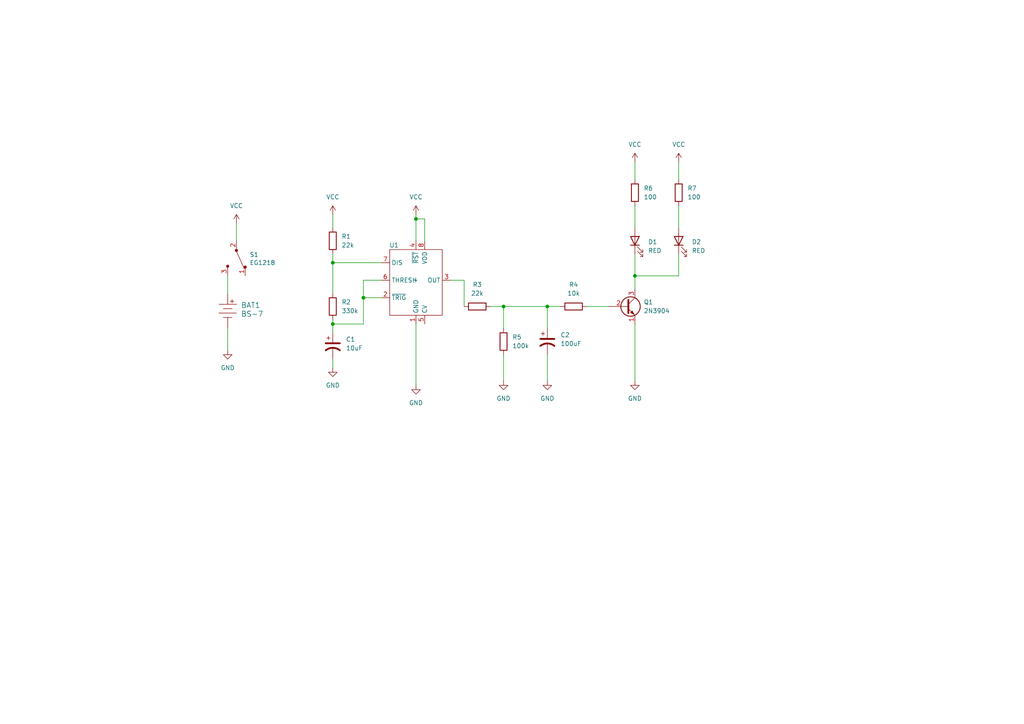
<source format=kicad_sch>
(kicad_sch (version 20230121) (generator eeschema)
  (paper "A4")
  (title_block (title "Alazar's Kikad attempt") (date "2024-05-29") (rev "v01") (company "ME433") (comment 4 "Author: Alazar Tegegnework"))
  (lib_symbols
    (symbol "Device:C_Polarized_US" (pin_numbers hide) (pin_names (offset 0.254) hide)
      (property "Reference" "C" (at 0.635 2.54 0))
      (property "Value" "C_Polarized_US" (at 0.635 -2.54 0))
      (symbol "C_Polarized_US_0_1"
        (polyline (pts (xy -2.032 0.762) (xy 2.032 0.762)) (stroke (width 0.508)))
        (polyline (pts (xy -1.778 2.286) (xy -0.762 2.286)))
        (polyline (pts (xy -1.27 1.778) (xy -1.27 2.794)))
        (arc (start 2.032 -1.27) (mid 0 -0.5572) (end -2.032 -1.27) (stroke (width 0.508)))
      )
      (symbol "C_Polarized_US_1_1"
        (pin passive line (at 0 3.81 270) (length 2.794) (name "~") (number "1"))
        (pin passive line (at 0 -3.81 90) (length 3.302) (name "~") (number "2"))
      )
    )
    (symbol "Device:LED" (pin_numbers hide) (pin_names (offset 1.016) hide)
      (property "Reference" "D" (at 0 2.54 0))
      (property "Value" "LED" (at 0 -2.54 0))
      (symbol "LED_0_1"
        (polyline (pts (xy -1.27 -1.27) (xy -1.27 1.27)) (stroke (width 0.254)))
        (polyline (pts (xy -1.27 0) (xy 1.27 0)))
        (polyline (pts (xy 1.27 -1.27) (xy 1.27 1.27) (xy -1.27 0) (xy 1.27 -1.27)) (stroke (width 0.254)))
        (polyline (pts (xy -3.048 -0.762) (xy -4.572 -2.286) (xy -3.81 -2.286) (xy -4.572 -2.286) (xy -4.572 -1.524)))
        (polyline (pts (xy -1.778 -0.762) (xy -3.302 -2.286) (xy -2.54 -2.286) (xy -3.302 -2.286) (xy -3.302 -1.524)))
      )
      (symbol "LED_1_1"
        (pin passive line (at -3.81 0 0) (length 2.54) (name "K") (number "1"))
        (pin passive line (at 3.81 0 180) (length 2.54) (name "A") (number "2"))
      )
    )
    (symbol "Device:R" (pin_numbers hide) (pin_names (offset 0))
      (property "Reference" "R" (at 2.032 0 90))
      (property "Value" "R" (at 0 0 90))
      (symbol "R_0_1"
        (rectangle (start -1.016 -2.54) (end 1.016 2.54) (stroke (width 0.254)))
      )
      (symbol "R_1_1"
        (pin passive line (at 0 3.81 270) (length 1.27) (name "~") (number "1"))
        (pin passive line (at 0 -3.81 90) (length 1.27) (name "~") (number "2"))
      )
    )
    (symbol "My_kikad:7555"
      (property "Reference" "U" (at -6.35 10.16 0))
      (symbol "7555_0_1"
        (rectangle (start -7.62 8.89) (end 7.62 -10.16))
      )
      (symbol "7555_1_1"
        (pin input line (at 0 -12.7 90) (length 2.54) (name "GND") (number "1"))
        (pin input line (at -10.16 -5.08 0) (length 2.54) (name "~{TRIG}") (number "2"))
        (pin input line (at 10.16 0 180) (length 2.54) (name "OUT") (number "3"))
        (pin input line (at 0 11.43 270) (length 2.54) (name "~{RST}") (number "4"))
        (pin input line (at 2.54 -12.7 90) (length 2.54) (name "CV") (number "5"))
        (pin input line (at -10.16 0 0) (length 2.54) (name "THRESH") (number "6"))
        (pin input line (at -10.16 5.08 0) (length 2.54) (name "DIS") (number "7"))
        (pin input line (at 2.54 11.43 270) (length 2.54) (name "VDD") (number "8"))
      )
    )
    (symbol "Transistor_BJT:2N3904" (pin_names (offset 0) hide)
      (property "Reference" "Q" (at 5.08 1.905 0))
      (property "Value" "2N3904" (at 5.08 0 0))
      (symbol "2N3904_0_1"
        (polyline (pts (xy 0.635 0.635) (xy 2.54 2.54)))
        (polyline (pts (xy 0.635 -0.635) (xy 2.54 -2.54) (xy 2.54 -2.54)))
        (polyline (pts (xy 0.635 1.905) (xy 0.635 -1.905) (xy 0.635 -1.905)) (stroke (width 0.508)))
        (polyline (pts (xy 1.27 -1.778) (xy 1.778 -1.27) (xy 2.286 -2.286) (xy 1.27 -1.778) (xy 1.27 -1.778)) (fill (type outline)))
        (circle (center 1.27 0) (radius 2.8194) (stroke (width 0.254)))
      )
      (symbol "2N3904_1_1"
        (pin passive line (at 2.54 -5.08 90) (length 2.54) (name "E") (number "1"))
        (pin passive line (at -5.08 0 0) (length 5.715) (name "B") (number "2"))
        (pin passive line (at 2.54 5.08 270) (length 2.54) (name "C") (number "3"))
      )
    )
    (symbol "dk_Battery-Holders-Clips-Contacts:BS-7" (pin_numbers hide) (pin_names (offset 1.016))
      (property "Reference" "BAT" (at -1.27 3.81 0))
      (property "Value" "BS-7" (at -1.27 -3.81 0))
      (symbol "BS-7_1_1"
        (polyline (pts (xy 0 -2.54) (xy 0 -1.905)))
        (polyline (pts (xy 0 1.905) (xy 0 2.54)))
        (polyline (pts (xy 1.27 -1.905) (xy -1.27 -1.905)))
        (polyline (pts (xy 1.27 0.635) (xy -1.27 0.635)))
        (polyline (pts (xy 1.27 2.286) (xy 1.27 3.302)))
        (polyline (pts (xy 1.778 2.794) (xy 0.762 2.794)))
        (polyline (pts (xy 2.54 -0.635) (xy -2.54 -0.635)))
        (polyline (pts (xy 2.54 1.905) (xy -2.54 1.905)))
        (pin power_out line (at 0 -5.08 90) (length 2.54) (name "~") (number "Neg"))
        (pin power_out line (at 0 5.08 270) (length 2.54) (name "~") (number "Pos"))
      )
    )
    (symbol "dk_Slide-Switches:EG1218" (pin_names (offset 0))
      (property "Reference" "S" (at -3.81 2.286 0))
      (property "Value" "EG1218" (at 0 -5.334 0))
      (symbol "EG1218_0_1"
        (circle (center -2.286 0) (radius 0.3556) (fill (type outline)))
        (polyline (pts (xy -2.032 0) (xy 3.048 2.286)))
        (circle (center 2.286 -2.54) (radius 0.3556) (fill (type outline)))
        (circle (center 2.54 2.54) (radius 0.3556) (fill (type outline)))
      )
      (symbol "EG1218_1_1"
        (pin passive line (at 5.08 2.54 180) (length 2.54) (name "~") (number "1"))
        (pin passive line (at -5.08 0 0) (length 2.54) (name "~") (number "2"))
        (pin passive line (at 5.08 -2.54 180) (length 2.54) (name "~") (number "3"))
      )
    )
    (symbol "power:GND" (power) (pin_names (offset 0))
      (property "Value" "GND" (at 0 -3.81 0))
      (symbol "GND_0_1"
        (polyline (pts (xy 0 0) (xy 0 -1.27) (xy 1.27 -1.27) (xy 0 -2.54) (xy -1.27 -1.27) (xy 0 -1.27)))
      )
      (symbol "GND_1_1"
        (pin power_in line (at 0 0 270) (length 0) hide (name "GND") (number "1"))
      )
    )
    (symbol "power:VCC" (power) (pin_names (offset 0))
      (property "Value" "VCC" (at 0 3.81 0))
      (symbol "VCC_0_1"
        (polyline (pts (xy -0.762 1.27) (xy 0 2.54)))
        (polyline (pts (xy 0 0) (xy 0 2.54)))
        (polyline (pts (xy 0 2.54) (xy 0.762 1.27)))
      )
      (symbol "VCC_1_1"
        (pin power_in line (at 0 0 90) (length 0) hide (name "VCC") (number "1"))
      )
    )
  )
  (junction (at 120.65 63.5))
  (junction (at 96.52 76.2))
  (junction (at 158.75 88.9))
  (junction (at 105.41 86.36))
  (junction (at 146.05 88.9))
  (junction (at 96.52 93.98))
  (junction (at 184.15 80.01))
  (wire (pts (xy 66.04 80.01) (xy 66.04 85.09)))
  (wire (pts (xy 96.52 92.71) (xy 96.52 93.98)))
  (wire (pts (xy 105.41 81.28) (xy 110.49 81.28)))
  (wire (pts (xy 96.52 62.23) (xy 96.52 66.04)))
  (wire (pts (xy 123.19 69.85) (xy 123.19 63.5)))
  (wire (pts (xy 105.41 86.36) (xy 105.41 81.28)))
  (wire (pts (xy 105.41 93.98) (xy 105.41 86.36)))
  (wire (pts (xy 184.15 73.66) (xy 184.15 80.01)))
  (wire (pts (xy 120.65 62.23) (xy 120.65 63.5)))
  (wire (pts (xy 196.85 46.99) (xy 196.85 52.07)))
  (wire (pts (xy 130.81 81.28) (xy 134.62 81.28)))
  (wire (pts (xy 184.15 93.98) (xy 184.15 110.49)))
  (wire (pts (xy 146.05 88.9) (xy 158.75 88.9)))
  (wire (pts (xy 96.52 104.14) (xy 96.52 106.68)))
  (wire (pts (xy 96.52 93.98) (xy 96.52 96.52)))
  (wire (pts (xy 142.24 88.9) (xy 146.05 88.9)))
  (wire (pts (xy 158.75 88.9) (xy 162.56 88.9)))
  (wire (pts (xy 170.18 88.9) (xy 176.53 88.9)))
  (wire (pts (xy 105.41 86.36) (xy 110.49 86.36)))
  (wire (pts (xy 184.15 80.01) (xy 184.15 83.82)))
  (wire (pts (xy 158.75 88.9) (xy 158.75 95.25)))
  (wire (pts (xy 96.52 76.2) (xy 110.49 76.2)))
  (wire (pts (xy 158.75 102.87) (xy 158.75 110.49)))
  (wire (pts (xy 184.15 59.69) (xy 184.15 66.04)))
  (wire (pts (xy 184.15 46.99) (xy 184.15 52.07)))
  (wire (pts (xy 196.85 80.01) (xy 184.15 80.01)))
  (wire (pts (xy 196.85 59.69) (xy 196.85 66.04)))
  (wire (pts (xy 134.62 81.28) (xy 134.62 88.9)))
  (wire (pts (xy 196.85 73.66) (xy 196.85 80.01)))
  (wire (pts (xy 146.05 102.87) (xy 146.05 110.49)))
  (wire (pts (xy 120.65 63.5) (xy 120.65 69.85)))
  (wire (pts (xy 96.52 73.66) (xy 96.52 76.2)))
  (wire (pts (xy 68.58 64.77) (xy 68.58 69.85)))
  (wire (pts (xy 96.52 76.2) (xy 96.52 85.09)))
  (wire (pts (xy 120.65 93.98) (xy 120.65 111.76)))
  (wire (pts (xy 146.05 88.9) (xy 146.05 95.25)))
  (wire (pts (xy 120.65 63.5) (xy 123.19 63.5)))
  (wire (pts (xy 66.04 95.25) (xy 66.04 101.6)))
  (wire (pts (xy 96.52 93.98) (xy 105.41 93.98)))
  (symbol (lib_id "Device:LED") (at 184.15 69.85 90) (unit 1)
    (property "Reference" "D1" (at 187.96 70.1675 90) (effects (justify right)))
    (property "Value" "RED" (at 187.96 72.7075 90) (effects (justify right)))
    (property "Footprint" "LED_THT:LED_D3.0mm" (effects hide))
  )
  (symbol (lib_id "power:GND") (at 120.65 111.76 0) (unit 1)
    (property "Reference" "#PWR04" (effects hide))
    (property "Value" "GND" (at 120.65 116.84 0))
  )
  (symbol (lib_id "Device:C_Polarized_US") (at 158.75 99.06 0) (unit 1)
    (property "Reference" "C2" (at 162.56 97.155 0) (effects (justify left)))
    (property "Value" "100uF" (at 162.56 99.695 0) (effects (justify left)))
    (property "Footprint" "Capacitor_THT:CP_Radial_D6.3mm_P2.50mm" (effects hide))
  )
  (symbol (lib_id "power:GND") (at 146.05 110.49 0) (unit 1)
    (property "Reference" "#PWR03" (effects hide))
    (property "Value" "GND" (at 146.05 115.57 0))
  )
  (symbol (lib_id "Device:R") (at 96.52 88.9 0) (unit 1)
    (property "Reference" "R2" (at 99.06 87.63 0) (effects (justify left)))
    (property "Value" "330k" (at 99.06 90.17 0) (effects (justify left)))
    (property "Footprint" "Resistor_THT:R_Axial_DIN0207_L6.3mm_D2.5mm_P7.62mm_Horizontal" (effects hide))
  )
  (symbol (lib_id "power:GND") (at 96.52 106.68 0) (unit 1)
    (property "Reference" "#PWR01" (effects hide))
    (property "Value" "GND" (at 96.52 111.76 0))
  )
  (symbol (lib_id "power:GND") (at 184.15 110.49 0) (unit 1)
    (property "Reference" "#PWR06" (effects hide))
    (property "Value" "GND" (at 184.15 115.57 0))
  )
  (symbol (lib_id "power:GND") (at 158.75 110.49 0) (unit 1)
    (property "Reference" "#PWR05" (effects hide))
    (property "Value" "GND" (at 158.75 115.57 0))
  )
  (symbol (lib_id "power:VCC") (at 68.58 64.77 0) (unit 1)
    (property "Reference" "#PWR07" (effects hide))
    (property "Value" "VCC" (at 68.58 59.69 0))
  )
  (symbol (lib_id "power:GND") (at 66.04 101.6 0) (unit 1)
    (property "Reference" "#PWR02" (effects hide))
    (property "Value" "GND" (at 66.04 106.68 0))
  )
  (symbol (lib_id "Device:LED") (at 196.85 69.85 90) (unit 1)
    (property "Reference" "D2" (at 200.66 70.1675 90) (effects (justify right)))
    (property "Value" "RED" (at 200.66 72.7075 90) (effects (justify right)))
    (property "Footprint" "LED_THT:LED_D3.0mm" (effects hide))
  )
  (symbol (lib_id "Device:R") (at 196.85 55.88 180) (unit 1)
    (property "Reference" "R7" (at 199.39 54.61 0) (effects (justify right)))
    (property "Value" "100" (at 199.39 57.15 0) (effects (justify right)))
    (property "Footprint" "Resistor_THT:R_Axial_DIN0207_L6.3mm_D2.5mm_P7.62mm_Horizontal" (effects hide))
  )
  (symbol (lib_id "Device:C_Polarized_US") (at 96.52 100.33 0) (unit 1)
    (property "Reference" "C1" (at 100.33 98.425 0) (effects (justify left)))
    (property "Value" "10uF" (at 100.33 100.965 0) (effects (justify left)))
    (property "Footprint" "Capacitor_THT:CP_Radial_D5.0mm_P2.00mm" (effects hide))
  )
  (symbol (lib_id "dk_Slide-Switches:EG1218") (at 68.58 74.93 270) (unit 1)
    (property "Reference" "S1" (at 72.39 73.8632 90) (effects (justify left)))
    (property "Value" "EG1218" (at 72.39 76.2 90) (effects (justify left)))
    (property "Footprint" "digikey-footprints:Switch_Slide_11.6x4mm_EG1218" (effects hide))
    (property "Datasheet" "http://spec_sheets.e-switch.com/specs/P040040.pdf" (effects hide))
    (property "Digi-Key_PN" "EG1903-ND" (effects hide))
    (property "MPN" "EG1218" (effects hide))
    (property "Category" "Switches" (effects hide))
    (property "Family" "Slide Switches" (effects hide))
    (property "DK_Datasheet_Link" "http://spec_sheets.e-switch.com/specs/P040040.pdf" (effects hide))
    (property "DK_Detail_Page" "/product-detail/en/e-switch/EG1218/EG1903-ND/101726" (effects hide))
    (property "Description" "SWITCH SLIDE SPDT 200MA 30V" (effects hide))
    (property "Manufacturer" "E-Switch" (effects hide))
    (property "Status" "Active" (effects hide))
  )
  (symbol (lib_id "Device:R") (at 146.05 99.06 180) (unit 1)
    (property "Reference" "R5" (at 148.59 97.79 0) (effects (justify right)))
    (property "Value" "100k" (at 148.59 100.33 0) (effects (justify right)))
    (property "Footprint" "Resistor_THT:R_Axial_DIN0207_L6.3mm_D2.5mm_P7.62mm_Horizontal" (effects hide))
  )
  (symbol (lib_id "Device:R") (at 166.37 88.9 90) (unit 1)
    (property "Reference" "R4" (at 166.37 82.55 90))
    (property "Value" "10k" (at 166.37 85.09 90))
    (property "Footprint" "Resistor_THT:R_Axial_DIN0207_L6.3mm_D2.5mm_P7.62mm_Horizontal" (effects hide))
  )
  (symbol (lib_id "Device:R") (at 138.43 88.9 90) (unit 1)
    (property "Reference" "R3" (at 138.43 82.55 90))
    (property "Value" "22k" (at 138.43 85.09 90))
    (property "Footprint" "Resistor_THT:R_Axial_DIN0207_L6.3mm_D2.5mm_P7.62mm_Horizontal" (effects hide))
  )
  (symbol (lib_id "dk_Battery-Holders-Clips-Contacts:BS-7") (at 66.04 90.17 0) (unit 1)
    (property "Reference" "BAT1" (at 69.85 88.519 0) (effects (font (size 1.524 1.524)) (justify left)))
    (property "Value" "BS-7" (at 69.85 91.059 0) (effects (font (size 1.524 1.524)) (justify left)))
    (property "Footprint" "digikey-footprints:Battery_Holder_Coin_2032_BS-7" (effects hide))
    (property "Datasheet" "http://www.memoryprotectiondevices.com/datasheets/BS-7-datasheet.pdf" (effects hide))
    (property "Digi-Key_PN" "BS-7-ND" (effects hide))
    (property "MPN" "BS-7" (effects hide))
    (property "Category" "Battery Products" (effects hide))
    (property "Family" "Battery Holders, Clips, Contacts" (effects hide))
    (property "DK_Datasheet_Link" "http://www.memoryprotectiondevices.com/datasheets/BS-7-datasheet.pdf" (effects hide))
    (property "DK_Detail_Page" "/product-detail/en/mpd-memory-protection-devices/BS-7/BS-7-ND/389447" (effects hide))
    (property "Description" "BATTERY HOLDER COIN 20MM PC PIN" (effects hide))
    (property "Manufacturer" "MPD (Memory Protection Devices)" (effects hide))
    (property "Status" "Active" (effects hide))
  )
  (symbol (lib_id "Device:R") (at 184.15 55.88 180) (unit 1)
    (property "Reference" "R6" (at 186.69 54.61 0) (effects (justify right)))
    (property "Value" "100" (at 186.69 57.15 0) (effects (justify right)))
    (property "Footprint" "Resistor_THT:R_Axial_DIN0207_L6.3mm_D2.5mm_P7.62mm_Horizontal" (effects hide))
  )
  (symbol (lib_id "power:VCC") (at 184.15 46.99 0) (unit 1)
    (property "Reference" "#PWR09" (effects hide))
    (property "Value" "VCC" (at 184.15 41.91 0))
  )
  (symbol (lib_id "Transistor_BJT:2N3904") (at 181.61 88.9 0) (unit 1)
    (property "Reference" "Q1" (at 186.69 87.63 0) (effects (justify left)))
    (property "Value" "2N3904" (at 186.69 90.17 0) (effects (justify left)))
    (property "Footprint" "digikey-footprints:TO-92-3" (effects hide))
    (property "Datasheet" "https://www.onsemi.com/pub/Collateral/2N3903-D.PDF" (effects hide))
  )
  (symbol (lib_id "Device:R") (at 96.52 69.85 0) (unit 1)
    (property "Reference" "R1" (at 99.06 68.58 0) (effects (justify left)))
    (property "Value" "22k" (at 99.06 71.12 0) (effects (justify left)))
    (property "Footprint" "Resistor_THT:R_Axial_DIN0207_L6.3mm_D2.5mm_P7.62mm_Horizontal" (effects hide))
  )
  (symbol (lib_id "My_kikad:7555") (at 120.65 81.28 0) (unit 1)
    (property "Reference" "U1" (at 114.3 71.12 0))
    (property "Value" "~" (at 120.65 81.28 0))
    (property "Footprint" "my_kikad:ICM7555_PDIP" (effects hide))
  )
  (symbol (lib_id "power:VCC") (at 196.85 46.99 0) (unit 1)
    (property "Reference" "#PWR010" (effects hide))
    (property "Value" "VCC" (at 196.85 41.91 0))
  )
  (symbol (lib_id "power:VCC") (at 96.52 62.23 0) (unit 1)
    (property "Reference" "#PWR08" (effects hide))
    (property "Value" "VCC" (at 96.52 57.15 0))
  )
  (symbol (lib_id "power:VCC") (at 120.65 62.23 0) (unit 1)
    (property "Reference" "#PWR011" (effects hide))
    (property "Value" "VCC" (at 120.65 57.15 0))
  )
)
</source>
